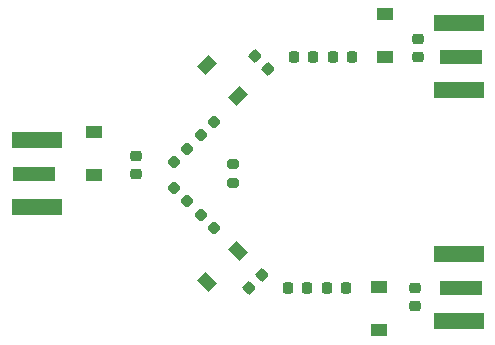
<source format=gbr>
G04 #@! TF.GenerationSoftware,KiCad,Pcbnew,(6.0.4)*
G04 #@! TF.CreationDate,2022-07-08T01:04:45-04:00*
G04 #@! TF.ProjectId,power_divider,706f7765-725f-4646-9976-696465722e6b,Version 2*
G04 #@! TF.SameCoordinates,Original*
G04 #@! TF.FileFunction,Paste,Top*
G04 #@! TF.FilePolarity,Positive*
%FSLAX46Y46*%
G04 Gerber Fmt 4.6, Leading zero omitted, Abs format (unit mm)*
G04 Created by KiCad (PCBNEW (6.0.4)) date 2022-07-08 01:04:45*
%MOMM*%
%LPD*%
G01*
G04 APERTURE LIST*
G04 Aperture macros list*
%AMRoundRect*
0 Rectangle with rounded corners*
0 $1 Rounding radius*
0 $2 $3 $4 $5 $6 $7 $8 $9 X,Y pos of 4 corners*
0 Add a 4 corners polygon primitive as box body*
4,1,4,$2,$3,$4,$5,$6,$7,$8,$9,$2,$3,0*
0 Add four circle primitives for the rounded corners*
1,1,$1+$1,$2,$3*
1,1,$1+$1,$4,$5*
1,1,$1+$1,$6,$7*
1,1,$1+$1,$8,$9*
0 Add four rect primitives between the rounded corners*
20,1,$1+$1,$2,$3,$4,$5,0*
20,1,$1+$1,$4,$5,$6,$7,0*
20,1,$1+$1,$6,$7,$8,$9,0*
20,1,$1+$1,$8,$9,$2,$3,0*%
%AMRotRect*
0 Rectangle, with rotation*
0 The origin of the aperture is its center*
0 $1 length*
0 $2 width*
0 $3 Rotation angle, in degrees counterclockwise*
0 Add horizontal line*
21,1,$1,$2,0,0,$3*%
G04 Aperture macros list end*
%ADD10RoundRect,0.218750X-0.218750X-0.256250X0.218750X-0.256250X0.218750X0.256250X-0.218750X0.256250X0*%
%ADD11RotRect,1.075000X1.400000X135.000000*%
%ADD12RotRect,1.075000X1.400000X225.000000*%
%ADD13RoundRect,0.218750X-0.335876X-0.026517X-0.026517X-0.335876X0.335876X0.026517X0.026517X0.335876X0*%
%ADD14RoundRect,0.225000X0.250000X-0.225000X0.250000X0.225000X-0.250000X0.225000X-0.250000X-0.225000X0*%
%ADD15RoundRect,0.225000X-0.250000X0.225000X-0.250000X-0.225000X0.250000X-0.225000X0.250000X0.225000X0*%
%ADD16RoundRect,0.225000X-0.017678X0.335876X-0.335876X0.017678X0.017678X-0.335876X0.335876X-0.017678X0*%
%ADD17R,3.600000X1.270000*%
%ADD18R,4.200000X1.350000*%
%ADD19RoundRect,0.218750X0.026517X-0.335876X0.335876X-0.026517X-0.026517X0.335876X-0.335876X0.026517X0*%
%ADD20R,1.400000X1.075000*%
%ADD21RoundRect,0.225000X0.335876X0.017678X0.017678X0.335876X-0.335876X-0.017678X-0.017678X-0.335876X0*%
%ADD22RoundRect,0.200000X-0.275000X0.200000X-0.275000X-0.200000X0.275000X-0.200000X0.275000X0.200000X0*%
G04 APERTURE END LIST*
D10*
G04 #@! TO.C,L8*
X138912500Y-87122000D03*
X140487500Y-87122000D03*
G04 #@! TD*
D11*
G04 #@! TO.C,C7*
X134649309Y-70895309D03*
X132050691Y-68296691D03*
G04 #@! TD*
D12*
G04 #@! TO.C,C6*
X134649309Y-84044691D03*
X132050691Y-86643309D03*
G04 #@! TD*
D13*
G04 #@! TO.C,L6*
X129237153Y-78691153D03*
X130350847Y-79804847D03*
G04 #@! TD*
D10*
G04 #@! TO.C,L4*
X142214500Y-87122000D03*
X143789500Y-87122000D03*
G04 #@! TD*
D14*
G04 #@! TO.C,C2*
X149860000Y-67577000D03*
X149860000Y-66027000D03*
G04 #@! TD*
D15*
G04 #@! TO.C,C3*
X149606000Y-87109000D03*
X149606000Y-88659000D03*
G04 #@! TD*
D16*
G04 #@! TO.C,C8*
X136692008Y-86065992D03*
X135595992Y-87162008D03*
G04 #@! TD*
D17*
G04 #@! TO.C,J3*
X153525500Y-87122000D03*
D18*
X153325500Y-84297000D03*
X153325500Y-89947000D03*
G04 #@! TD*
D14*
G04 #@! TO.C,C1*
X125984000Y-77483000D03*
X125984000Y-75933000D03*
G04 #@! TD*
D17*
G04 #@! TO.C,J1*
X117402000Y-77470000D03*
D18*
X117602000Y-74645000D03*
X117602000Y-80295000D03*
G04 #@! TD*
D19*
G04 #@! TO.C,L5*
X129237153Y-76502847D03*
X130350847Y-75389153D03*
G04 #@! TD*
D20*
G04 #@! TO.C,C4*
X122500000Y-77587500D03*
X122500000Y-73912500D03*
G04 #@! TD*
D21*
G04 #@! TO.C,C5*
X137200008Y-68620008D03*
X136103992Y-67523992D03*
G04 #@! TD*
D13*
G04 #@! TO.C,L2*
X131523153Y-80977153D03*
X132636847Y-82090847D03*
G04 #@! TD*
D17*
G04 #@! TO.C,J2*
X153525500Y-67564000D03*
D18*
X153325500Y-64739000D03*
X153325500Y-70389000D03*
G04 #@! TD*
D20*
G04 #@! TO.C,C9*
X147066000Y-67623500D03*
X147066000Y-63948500D03*
G04 #@! TD*
D19*
G04 #@! TO.C,L1*
X131523153Y-74216847D03*
X132636847Y-73103153D03*
G04 #@! TD*
D22*
G04 #@! TO.C,R1*
X134250000Y-76645000D03*
X134250000Y-78295000D03*
G04 #@! TD*
D20*
G04 #@! TO.C,C10*
X146558000Y-87062500D03*
X146558000Y-90737500D03*
G04 #@! TD*
D10*
G04 #@! TO.C,L7*
X139420500Y-67564000D03*
X140995500Y-67564000D03*
G04 #@! TD*
G04 #@! TO.C,L3*
X142722500Y-67564000D03*
X144297500Y-67564000D03*
G04 #@! TD*
M02*

</source>
